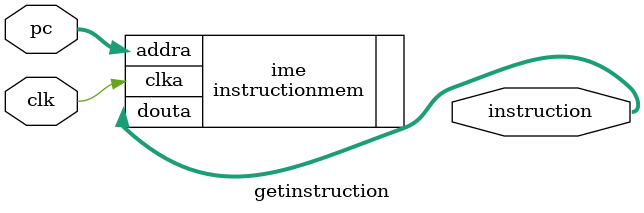
<source format=v>
`timescale 1ns / 1ps
module getinstruction(
    input clk,
    input [31:0] pc,
    output [31:0] instruction
    );
	 
	 instructionmem ime(.clka(clk),.addra(pc),.douta(instruction));
	 
endmodule

</source>
